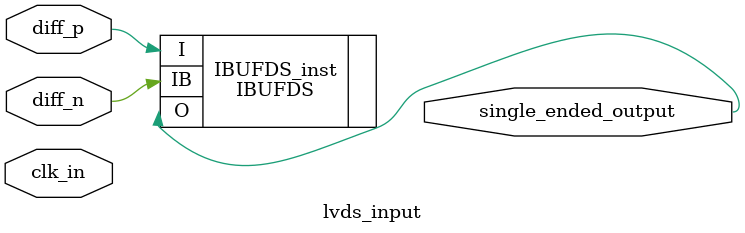
<source format=v>
`timescale 1ns / 1ps


module lvds_input(
    input wire clk_in,        // Input clock signal
    //input wire reset,         // Reset signal
    input wire diff_p,    // Positive LVDS clock output
    input wire diff_n,     // Negative LVDS clock output
    output wire single_ended_output
    );
    
IBUFDS #(
   .DIFF_TERM("TRUE"),       // Differential Termination
   .IBUF_LOW_PWR("TRUE"),     // Low power="TRUE", Highest performance="FALSE"
   .IOSTANDARD("LVDS_25")     // Specify the output I/O standard  LVDS_25
) IBUFDS_inst (
   .O(single_ended_output),  // Buffer output
   .I(diff_p),  // Diff_p buffer input (connect directly to top-level port)
   .IB(diff_n) // Diff_n buffer input (connect directly to top-level port)
);
    
    
endmodule

</source>
